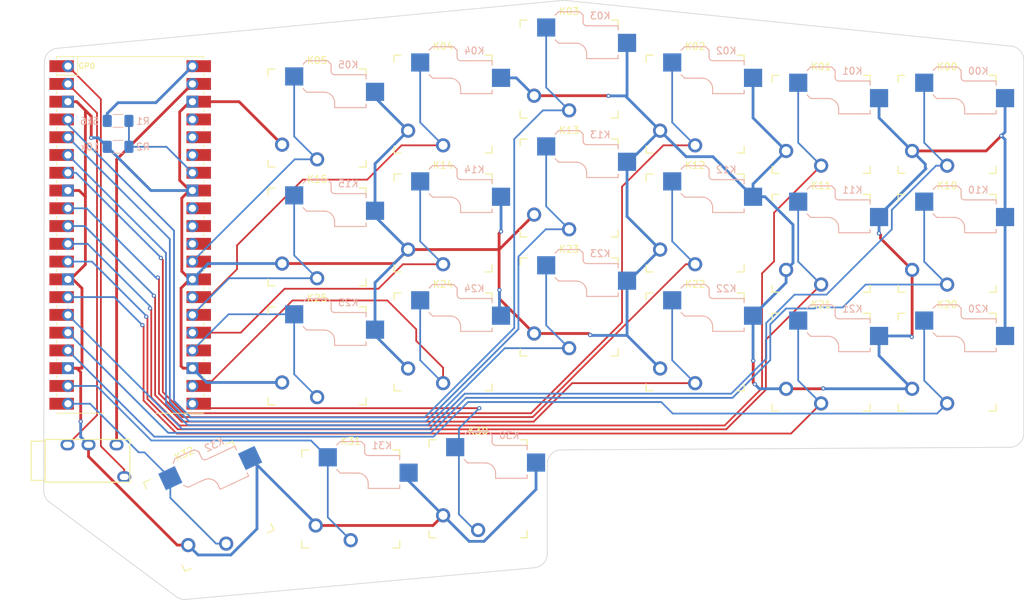
<source format=kicad_pcb>
(kicad_pcb (version 20240108) (generator "pcbnew") (generator_version "8.0")
  (title_block (title "Levitas (Right)") (date "2024-07-08") (rev "A") (company "chriso345") (comment 1 "Adapted from PIANTOR board"))
  (layers (0 "F.Cu" signal) (31 "B.Cu" signal) (34 "B.Paste" user) (35 "F.Paste" user) (36 "B.SilkS" user "B.Silkscreen") (37 "F.SilkS" user "F.Silkscreen") (38 "B.Mask" user) (39 "F.Mask" user) (44 "Edge.Cuts" user))
  (net 0 "")
  (net 1 "GND")
  (net 2 "/k00")
  (net 3 "/k01")
  (net 4 "/k02")
  (net 5 "/k03")
  (net 6 "/k04")
  (net 7 "/k05")
  (net 8 "/k10")
  (net 9 "/k11")
  (net 10 "/k12")
  (net 11 "/k13")
  (net 12 "/k14")
  (net 13 "/k15")
  (net 14 "/k20")
  (net 15 "/k21")
  (net 16 "/k22")
  (net 17 "/k23")
  (net 18 "/k24")
  (net 19 "/k25")
  (net 20 "/k30")
  (net 21 "/k31")
  (net 22 "/k32")
  (net 23 "rx")
  (net 24 "tx")
  (net 25 "VBUS")
  (net 26 "vbus_sense")
  (net 33 "VCC")
  (footprint "keyswitches:Kailh_socket_PG1350_optional" (layer "F.Cu") (at 105.24 94)
    (property "Reference" "K25")
    (property "Value" "KEYSW")
  )
  (footprint "keyswitches:Kailh_socket_PG1350_optional" (layer "F.Cu") (at 123.24 92)
    (property "Reference" "K24")
    (property "Value" "KEYSW")
  )
  (footprint "keyswitches:Kailh_socket_PG1350_optional" (layer "F.Cu") (at 177.24 94.8999)
    (property "Reference" "K21")
    (property "Value" "KEYSW")
  )
  (footprint "keyswitches:Kailh_socket_PG1350_optional" (layer "F.Cu") (at 159.24 58)
    (property "Reference" "K02")
    (property "Value" "KEYSW")
  )
  (footprint "keyswitches:Kailh_socket_PG1350_optional" (layer "F.Cu") (at 195.24 77.8999)
    (property "Reference" "K10")
    (property "Value" "KEYSW")
  )
  (footprint "RPi_Pico:RPi_Pico_SMD_TH" (layer "F.Cu") (at 78.5368 76.708)
    (property "Reference" "U2" (hide yes))
    (property "Value" "Pico")
  )
  (footprint "keyswitches:Kailh_socket_PG1350_optional" (layer "F.Cu") (at 123.24 58)
    (property "Reference" "K04")
    (property "Value" "KEYSW")
  )
  (footprint "keyswitches:Kailh_socket_PG1350_optional" (layer "F.Cu") (at 159.24 75)
    (property "Reference" "K12")
    (property "Value" "KEYSW")
  )
  (footprint "keyswitches:Kailh_socket_PG1350_optional" (layer "F.Cu") (at 128.24 113)
    (property "Reference" "K30")
    (property "Value" "KEYSW")
  )
  (footprint "keyswitches:Kailh_socket_PG1350_optional" (layer "F.Cu") (at 177.24 60.8999)
    (property "Reference" "K01")
    (property "Value" "KEYSW")
  )
  (footprint "keyswitches:Kailh_socket_PG1350_optional" (layer "F.Cu") (at 123.24 75)
    (property "Reference" "K14")
    (property "Value" "KEYSW")
  )
  (footprint "keyswitches:Kailh_socket_PG1350_optional" (layer "F.Cu") (at 141.24 87)
    (property "Reference" "K23")
    (property "Value" "KEYSW")
  )
  (footprint "keyswitches:Kailh_socket_PG1350_optional" (layer "F.Cu") (at 141.24 53)
    (property "Reference" "K03")
    (property "Value" "KEYSW")
  )
  (footprint "keyswitches:Kailh_socket_PG1350_optional" (layer "F.Cu") (at 159.24 92)
    (property "Reference" "K22")
    (property "Value" "KEYSW")
  )
  (footprint "Keebio-Parts:TRRS-PJ-320A" (layer "F.Cu") (at 66.39 109 90)
    (property "Reference" "J1" (hide yes))
    (property "Value" "TRRS")
  )
  (footprint "keyswitches:Kailh_socket_PG1350_optional" (layer "F.Cu") (at 105.24 77)
    (property "Reference" "K15")
    (property "Value" "KEYSW")
  )
  (footprint "keyswitches:Kailh_socket_PG1350_optional" (layer "F.Cu") (at 89.755307 115.4934 25)
    (property "Reference" "K32")
    (property "Value" "KEYSW")
  )
  (footprint "keyswitches:Kailh_socket_PG1350_optional" (layer "F.Cu") (at 177.24 77.8999)
    (property "Reference" "K11")
    (property "Value" "KEYSW")
  )
  (footprint "keyswitches:Kailh_socket_PG1350_optional" (layer "F.Cu") (at 105.24 60)
    (property "Reference" "K05")
    (property "Value" "KEYSW")
  )
  (footprint "keyswitches:Kailh_socket_PG1350_optional" (layer "F.Cu") (at 195.24 94.8999)
    (property "Reference" "K20")
    (property "Value" "KEYSW")
  )
  (footprint "keyswitches:Kailh_socket_PG1350_optional" (layer "F.Cu") (at 141.24 70)
    (property "Reference" "K13")
    (property "Value" "KEYSW")
  )
  (footprint "keyswitches:Kailh_socket_PG1350_optional" (layer "F.Cu") (at 195.24 60.8999)
    (property "Reference" "K00")
    (property "Value" "KEYSW")
  )
  (footprint "keyswitches:Kailh_socket_PG1350_optional" (layer "F.Cu") (at 110.04 114.45)
    (property "Reference" "K31")
    (property "Value" "KEYSW")
  )
  (footprint "Resistor_SMD:R_1206_3216Metric_Pad1.30x1.75mm_HandSolder" (layer "B.Cu") (at 76.8096 64.1096 180)
    (property "Reference" "R2")
    (property "Value" "10k")
  )
  (footprint "beekeeb_lib:MountingHole_2.2mm_M2-8mm" (layer "B.Cu") (at 137.34 96.89 180)
    (property "Reference" "H4" (hide yes))
    (property "Value" "MountingHole")
  )
  (footprint "beekeeb_lib:MountingHole_2.2mm_M2-8mm" (layer "B.Cu") (at 94.74 67 180)
    (property "Reference" "H2" (hide yes))
    (property "Value" "MountingHole")
  )
  (footprint "beekeeb_lib:MountingHole_2.2mm_M2-8mm" (layer "B.Cu") (at 186.24 86.3999 180)
    (property "Reference" "H4" (hide yes))
    (property "Value" "MountingHole")
  )
  (footprint "Resistor_SMD:R_1206_3216Metric_Pad1.30x1.75mm_HandSolder" (layer "B.Cu") (at 76.8096 60.4012)
    (property "Reference" "R1")
    (property "Value" "5k6")
  )
  (footprint "beekeeb_lib:MountingHole_2.2mm_M2-8mm" (layer "B.Cu") (at 186.24 69.3999 180)
    (property "Reference" "H4" (hide yes))
    (property "Value" "MountingHole")
  )
  (footprint "beekeeb_lib:MountingHole_2.2mm_M2-8mm" (layer "B.Cu") (at 149.84 61 180)
    (property "Reference" "H1" (hide yes))
    (property "Value" "MountingHole")
  )
  (footprint "beekeeb_lib:MountingHole_2.2mm_M2-8mm" (layer "B.Cu") (at 100.08 108.91 180)
    (property "Reference" "H3" (hide yes))
    (property "Value" "MountingHole")
  )
  (footprint "beekeeb_lib:MountingHole_2.2mm_M2-8mm" (layer "B.Cu") (at 168.24 78.5 180)
    (property "Reference" "H1" (hide yes))
    (property "Value" "MountingHole")
  )
  (gr_arc (start 138.115817 122.295249) (mid 137.592631 123.643897) (end 136.296888 124.287035) (stroke (width 0.1)) (layer "Edge.Cuts"))
  (gr_arc (start 138.115817 109.441211) (mid 138.697486 108.031189) (end 140.104065 107.441245) (stroke (width 0.1)) (layer "Edge.Cuts"))
  (gr_arc (start 86.491539 128.814794) (mid 85.766861 128.747707) (end 85.114162 128.425771) (stroke (width 0.1)) (layer "Edge.Cuts"))
  (gr_arc (start 204.395052 49.718585) (mid 205.675485 50.368068) (end 206.190817 51.70813) (stroke (width 0.1)) (layer "Edge.Cuts"))
  (gr_line (start 140.104065 107.441245) (end 204.202569 107.064611) (stroke (width 0.1)) (layer "Edge.Cuts"))
  (gr_line (start 86.491539 128.814794) (end 136.296888 124.287035) (stroke (width 0.1)) (layer "Edge.Cuts"))
  (gr_arc (start 140.300469 43.177821) (mid 140.49703 43.168903) (end 140.693515 43.179344) (stroke (width 0.1)) (layer "Edge.Cuts"))
  (gr_line (start 206.190817 105.064645) (end 206.190817 51.70813) (stroke (width 0.1)) (layer "Edge.Cuts"))
  (gr_line (start 138.115817 122.295249) (end 138.115817 109.441211) (stroke (width 0.1)) (layer "Edge.Cuts"))
  (gr_line (start 140.300469 43.177821) (end 68.09292 50.025194) (stroke (width 0.1)) (layer "Edge.Cuts"))
  (gr_line (start 66.989825 114.897725) (end 85.114162 128.425771) (stroke (width 0.1)) (layer "Edge.Cuts"))
  (gr_line (start 204.395052 49.718585) (end 140.693515 43.179344) (stroke (width 0.1)) (layer "Edge.Cuts"))
  (gr_arc (start 66.989825 114.897725) (mid 66.397602 114.190061) (end 66.186135 113.291841) (stroke (width 0.1)) (layer "Edge.Cuts"))
  (gr_line (start 66.281733 52.013141) (end 66.186135 113.291841) (stroke (width 0.1)) (layer "Edge.Cuts"))
  (gr_arc (start 206.190817 105.064645) (mid 205.609148 106.474667) (end 204.202569 107.064611) (stroke (width 0.1)) (layer "Edge.Cuts"))
  (gr_arc (start 66.281733 52.013141) (mid 66.803332 50.669316) (end 68.09292 50.025194) (stroke (width 0.1)) (layer "Edge.Cuts"))
  (segment (start 71.652 95.758) (end 71.652 84.342) (width 0.4) (layer "F.Cu") (net 1))
  (segment (start 131.29 84.59) (end 131.29 85.85) (width 0.4) (layer "F.Cu") (net 1))
  (segment (start 118.24 78.8) (end 131.24 78.8) (width 0.4) (layer "F.Cu") (net 1))
  (segment (start 121.79 118.25) (end 123.24 116.8) (width 0.4) (layer "F.Cu") (net 1))
  (segment (start 71.652 84.342) (end 70.368 83.058) (width 0.4) (layer "F.Cu") (net 1))
  (segment (start 100.24 80.8) (end 116.24 80.8) (width 0.4) (layer "F.Cu") (net 1))
  (segment (start 72.14 58.9012) (end 72.975 59.7362) (width 0.4) (layer "F.Cu") (net 1))
  (segment (start 85.91 71.44) (end 86.992 70.358) (width 0.4) (layer "F.Cu") (net 1))
  (segment (start 72.14 71.25) (end 72.14 58.9012) (width 0.4) (layer "F.Cu") (net 1))
  (segment (start 185.73 76.7) (end 185.73 77.1899) (width 0.4) (layer "F.Cu") (net 1))
  (segment (start 86.992 70.358) (end 87.4268 70.358) (width 0.4) (layer "F.Cu") (net 1))
  (segment (start 131.24 78.8) (end 131.24 84.54) (width 0.4) (layer "F.Cu") (net 1))
  (segment (start 69.6468 95.758) (end 70.8968 95.758) (width 0.4) (layer "F.Cu") (net 1))
  (segment (start 185.73 77.1899) (end 190.24 81.6999) (width 0.4) (layer "F.Cu") (net 1))
  (segment (start 85.81 84.3148) (end 85.81 95.47) (width 0.4) (layer "F.Cu") (net 1))
  (segment (start 177.4901 98.6999) (end 172.24 98.6999) (width 0.4) (layer "F.Cu") (net 1))
  (segment (start 87.0668 57.658) (end 85.61 59.1148) (width 0.4) (layer "F.Cu") (net 1))
  (segment (start 136.24 56.8) (end 146.84 56.8) (width 0.4) (layer "F.Cu") (net 1))
  (segment (start 116.24 80.8) (end 118.24 78.8) (width 0.4) (layer "F.Cu") (net 1))
  (segment (start 144.25 91.01) (end 144.04 90.8) (width 0.4) (layer "F.Cu") (net 1))
  (segment (start 200.8101 64.6999) (end 202.98 62.53) (width 0.4) (layer "F.Cu") (net 1))
  (segment (start 85.260562 121.050461) (end 86.829717 121.050461) (width 0.4) (layer "F.Cu") (net 1))
  (segment (start 72.14 58.9012) (end 70.8968 57.658) (width 0.4) (layer "F.Cu") (net 1))
  (segment (start 70.8968 95.758) (end 71.47 96.3312) (width 0.4) (layer "F.Cu") (net 1))
  (segment (start 72.59 108.379899) (end 85.260562 121.050461) (width 0.4) (layer "F.Cu") (net 1))
  (segment (start 85.81 95.47) (end 86.098 95.758) (width 0.4) (layer "F.Cu") (net 1))
  (segment (start 131.24 78.8) (end 136.24 73.8) (width 0.4) (layer "F.Cu") (net 1))
  (segment (start 190.24 91.25) (end 190.19 91.3) (width 0.4) (layer "F.Cu") (net 1))
  (segment (start 131.29 85.85) (end 136.24 90.8) (width 0.4) (layer "F.Cu") (net 1))
  (segment (start 87.4268 57.658) (end 94.098 57.658) (width 0.4) (layer "F.Cu") (net 1))
  (segment (start 185.5 76.47) (end 185.73 76.7) (width 0.4) (layer "F.Cu") (net 1))
  (segment (start 131.24 84.54) (end 131.29 84.59) (width 0.4) (layer "F.Cu") (net 1))
  (segment (start 69.6468 70.358) (end 71.248 70.358) (width 0.4) (layer "F.Cu") (net 1))
  (segment (start 146.84 56.8) (end 146.87 56.83) (width 0.4) (layer "F.Cu") (net 1))
  (segment (start 167.54 94.69) (end 167.54 97.82) (width 0.4) (layer "F.Cu") (net 1))
  (segment (start 94.098 57.658) (end 100.24 63.8) (width 0.4) (layer "F.Cu") (net 1))
  (segment (start 70.368 83.058) (end 69.6468 83.058) (width 0.4) (layer "F.Cu") (net 1))
  (segment (start 72.14 80.9248) (end 72.14 71.25) (width 0.4) (layer "F.Cu") (net 1))
  (segment (start 71.248 70.358) (end 72.14 71.25) (width 0.4) (layer "F.Cu") (net 1))
  (segment (start 87.4268 83.058) (end 87.0668 83.058) (width 0.4) (layer "F.Cu") (net 1))
  (segment (start 167.54 97.82) (end 167.77 98.05) (width 0.4) (layer "F.Cu") (net 1))
  (segment (start 87.0668 83.058) (end 85.91 81.9012) (width 0.4) (layer "F.Cu") (net 1))
  (segment (start 85.91 81.9012) (end 85.91 71.44) (width 0.4) (layer "F.Cu") (net 1))
  (segment (start 85.61 59.1148) (end 85.61 68.9012) (width 0.4) (layer "F.Cu") (net 1))
  (segment (start 69.6468 95.758) (end 71.652 95.758) (width 0.4) (layer "F.Cu") (net 1))
  (segment (start 177.54 98.65) (end 177.4901 98.6999) (width 0.4) (layer "F.Cu") (net 1))
  (segment (start 86.098 95.758) (end 87.4268 95.758) (width 0.4) (layer "F.Cu") (net 1))
  (segment (start 72.59 106.7) (end 72.59 108.379899) (width 0.4) (layer "F.Cu") (net 1))
  (segment (start 190.24 81.6999) (end 190.24 91.25) (width 0.4) (layer "F.Cu") (net 1))
  (segment (start 190.24 64.6999) (end 200.8101 64.6999) (width 0.4) (layer "F.Cu") (net 1))
  (segment (start 131.51 76.21) (end 131.24 76.48) (width 0.4) (layer "F.Cu") (net 1))
  (segment (start 87.0668 83.058) (end 85.81 84.3148) (width 0.4) (layer "F.Cu") (net 1))
  (segment (start 72.975 59.7362) (end 72.975 62.82) (width 0.4) (layer "F.Cu") (net 1))
  (segment (start 87.4268 57.658) (end 87.0668 57.658) (width 0.4) (layer "F.Cu") (net 1))
  (segment (start 131.24 76.48) (end 131.24 78.8) (width 0.4) (layer "F.Cu") (net 1))
  (segment (start 105.04 118.25) (end 121.79 118.25) (width 0.4) (layer "F.Cu") (net 1))
  (segment (start 144.04 90.8) (end 136.24 90.8) (width 0.4) (layer "F.Cu") (net 1))
  (segment (start 70.8968 57.658) (end 69.6468 57.658) (width 0.4) (layer "F.Cu") (net 1))
  (segment (start 71.47 96.3312) (end 71.47 103.38) (width 0.4) (layer "F.Cu") (net 1))
  (segment (start 87.0668 70.358) (end 87.4268 70.358) (width 0.4) (layer "F.Cu") (net 1))
  (segment (start 70.0068 83.058) (end 72.14 80.9248) (width 0.4) (layer "F.Cu") (net 1))
  (segment (start 85.61 68.9012) (end 87.0668 70.358) (width 0.4) (layer "F.Cu") (net 1))
  (segment (start 69.6468 83.058) (end 70.0068 83.058) (width 0.4) (layer "F.Cu") (net 1))
  (via (at 190.19 91.3) (size 0.6) (drill 0.3) (layers "F.Cu" "B.Cu") (net 1))
  (via (at 146.87 56.83) (size 0.6) (drill 0.3) (layers "F.Cu" "B.Cu") (net 1))
  (via (at 177.54 98.65) (size 0.6) (drill 0.3) (layers "F.Cu" "B.Cu") (net 1))
  (via (at 72.975 62.82) (size 0.6) (drill 0.3) (layers "F.Cu" "B.Cu") (net 1))
  (via (at 202.98 62.53) (size 0.6) (drill 0.3) (layers "F.Cu" "B.Cu") (net 1))
  (via (at 144.25 91.01) (size 0.6) (drill 0.3) (layers "F.Cu" "B.Cu") (net 1))
  (via (at 167.77 98.05) (size 0.6) (drill 0.3) (layers "F.Cu" "B.Cu") (net 1))
  (via (at 131.51 76.21) (size 0.6) (drill 0.3) (layers "F.Cu" "B.Cu") (net 1))
  (via (at 131.29 84.59) (size 0.6) (drill 0.3) (layers "F.Cu" "B.Cu") (net 1))
  (via (at 167.54 94.69) (size 0.6) (drill 0.3) (layers "F.Cu" "B.Cu") (net 1))
  (via (at 185.5 76.47) (size 0.6) (drill 0.3) (layers "F.Cu" "B.Cu") (net 1))
  (via (at 71.47 103.38) (size 0.6) (drill 0.3) (layers "F.Cu" "B.Cu") (net 1))
  (segment (start 203.515 63.065) (end 203.515 74.1499) (width 0.4) (layer "B.Cu") (net 1))
  (segment (start 172.24 81.6999) (end 172.24 83.525) (width 0.4) (layer "B.Cu") (net 1))
  (segment (start 123.24 116.8) (end 126.956 120.516) (width 0.4) (layer "B.Cu") (net 1))
  (segment (start 167.515 54.25) (end 167.515 59.9749) (width 0.4) (layer "B.Cu") (net 1))
  (segment (start 149.27 56.83) (end 149.515 57.075) (width 0.4) (layer "B.Cu") (net 1))
  (segment (start 105.04 117.967395) (end 105.04 118.25) (width 0.4) (layer "B.Cu") (net 1))
  (segment (start 113.515 90.25) (end 113.515 91.075) (width 0.4) (layer "B.Cu") (net 1))
  (segment (start 190.19 91.3) (end 190.0399 91.1499) (width 0.4) (layer "B.Cu") (net 1))
  (segment (start 96.648418 118.726323) (end 92.914741 122.46) (width 0.4) (layer "B.Cu") (net 1))
  (segment (start 167.515 94.665) (end 167.54 94.69) (width 0.4) (layer "B.Cu") (net 1))
  (segment (start 185.515 74.1499) (end 185.515 76.455) (width 0.4) (layer "B.Cu") (net 1))
  (segment (start 149.515 66.25) (end 149.79 66.25) (width 0.4) (layer "B.Cu") (net 1))
  (segment (start 131.515 54.25) (end 133.69 54.25) (width 0.4) (layer "B.Cu") (net 1))
  (segment (start 185.515 74.1499) (end 185.515 73.924596) (width 0.4) (layer "B.Cu") (net 1))
  (segment (start 144.25 91.01) (end 144.315 91.075) (width 0.4) (layer "B.Cu") (net 1))
  (segment (start 149.515 66.25) (end 149.515 74.075) (width 0.4) (layer "B.Cu") (net 1))
  (segment (start 146.87 56.83) (end 149.27 56.83) (width 0.4) (layer "B.Cu") (net 1))
  (segment (start 96.648418 109.575813) (end 96.648418 118.726323) (width 0.4) (layer "B.Cu") (net 1))
  (segment (start 136.515 113.085) (end 136.515 109.25) (width 0.4) (layer "B.Cu") (net 1))
  (segment (start 118.315 110.7) (end 118.315 111.875) (width 0.4) (layer "B.Cu") (net 1))
  (segment (start 149.515 91.075) (end 154.24 95.8) (width 0.4) (layer "B.Cu") (net 1))
  (segment (start 144.315 91.075) (end 149.515 91.075) (width 0.4) (layer "B.Cu") (net 1))
  (segment (start 149.515 57.075) (end 154.24 61.8) (width 0.4) (layer "B.Cu") (net 1))
  (segment (start 177.5899 98.6999) (end 177.54 98.65) (width 0.4) (layer "B.Cu") (net 1))
  (segment (start 88.239256 122.46) (end 86.829717 121.050461) (width 0.4) (layer "B.Cu") (net 1))
  (segment (start 173.22 80.7199) (end 172.24 81.6999) (width 0.4) (layer "B.Cu") (net 1))
  (segment (start 149.515 49.25) (end 149.515 57.075) (width 0.4) (layer "B.Cu") (net 1))
  (segment (start 131.515 71.25) (end 131.515 76.205) (width 0.4) (layer "B.Cu") (net 1))
  (segment (start 131.29 84.59) (end 131.29 88.025) (width 0.4) (layer "B.Cu") (net 1))
  (segment (start 167.515 69.4249) (end 172.24 64.6999) (width 0.4) (layer "B.Cu") (net 1))
  (segment (start 129.084 120.516) (end 136.515 113.085) (width 0.4) (layer "B.Cu") (net 1))
  (segment (start 113.515 57.075) (end 118.24 61.8) (width 0.4) (layer "B.Cu") (net 1))
  (segment (start 167.515 88.25) (end 167.515 94.665) (width 0.4) (layer "B.Cu") (net 1))
  (segment (start 133.69 54.25) (end 136.24 56.8) (width 0.4) (layer "B.Cu") (net 1))
  (segment (start 203.515 61.995) (end 203.515 57.1499) (width 0.4) (layer "B.Cu") (net 1))
  (segment (start 149.79 66.25) (end 154.24 61.8) (width 0.4) (layer "B.Cu") (net 1))
  (segment (start 113.515 91.075) (end 118.24 95.8) (width 0.4) (layer "B.Cu") (net 1))
  (segment (start 113.515 66.525) (end 118.24 61.8) (width 0.4) (layer "B.Cu") (net 1))
  (segment (start 92.914741 122.46) (end 88.239256 122.46) (width 0.4) (layer "B.Cu") (net 1))
  (segment (start 87.4268 83.058) (end 89.6848 80.8) (width 0.4) (layer "B.Cu") (net 1))
  (segment (start 167.515 71.25) (end 167.515 69.4249) (width 0.4) (layer "B.Cu") (net 1))
  (segment (start 172.24 83.525) (end 167.515 88.25) (width 0.4) (layer "B.Cu") (net 1))
  (segment (start 71.47 103.38) (end 71.47 105.58) (width 0.4) (layer "B.Cu") (net 1))
  (segment (start 149.515 74.075) (end 154.24 78.8) (width 0.4) (layer "B.Cu") (net 1))
  (segment (start 203.515 74.1499) (end 203.515 91.1499) (width 0.4) (layer "B.Cu") (net 1))
  (segment (start 167.515 59.9749) (end 172.24 64.6999) (width 0.4) (layer "B.Cu") (net 1))
  (segment (start 167.77 98.05) (end 168.4199 98.6999) (width 0.4) (layer "B.Cu") (net 1))
  (segment (start 89.4688 97.8) (end 100.24 97.8) (width 0.4) (layer "B.Cu") (net 1))
  (segment (start 185.515 73.924596) (end 192.214798 67.224798) (width 0.4) (layer "B.Cu") (net 1))
  (segment (start 202.98 62.53) (end 203.515 61.995) (width 0.4) (layer "B.Cu") (net 1))
  (segment (start 202.98 62.53) (end 203.515 63.065) (width 0.4) (layer "B.Cu") (net 1))
  (segment (start 185.515 76.455) (end 185.5 76.47) (width 0.4) (layer "B.Cu") (net 1))
  (segment (start 157.956 65.516) (end 161.781 65.516) (width 0.4) (layer "B.Cu") (net 1))
  (segment (start 81.508 70.358) (end 87.4268 70.358) (width 0.4) (layer "B.Cu") (net 1))
  (segment (start 161.781 65.516) (end 167.515 71.25) (width 0.4) (layer "B.Cu") (net 1))
  (segment (start 190.24 98.6999) (end 177.5899 98.6999) (width 0.4) (layer "B.Cu") (net 1))
  (segment (start 192.214798 67.224798) (end 192.12 67.13) (width 0.4) (layer "B.Cu") (net 1))
  (segment (start 192.12 67.13) (end 192.12 66.5799) (width 0.4) (layer "B.Cu") (net 1))
  (segment (start 169.23 71.25) (end 173.22 75.24) (width 0.4) (layer "B.Cu") (net 1))
  (segment (start 113.515 83.525) (end 113.515 90.25) (width 0.4) (layer "B.Cu") (net 1))
  (segment (start 95.670185 108.59758) (end 105.04 117.967395) (width 0.4) (layer "B.Cu") (net 1))
  (segment (start 113.515 74.075) (end 118.24 78.8) (width 0.4) (layer "B.Cu") (net 1))
  (segment (start 185.515 91.1499) (end 185.515 93.9749) (width 0.4) (layer "B.Cu") (net 1))
  (segment (start 89.6848 80.8) (end 100.24 80.8) (width 0.4) (layer "B.Cu") (net 1))
  (segment (start 95.670185 108.59758) (end 96.648418 109.575813) (width 0.4) (layer "B.Cu") (net 1))
  (segment (start 154.24 61.8) (end 157.956 65.516) (width 0.4) (layer "B.Cu") (net 1))
  (segment (start 185.515 59.9749) (end 190.24 64.6999) (width 0.4) (layer "B.Cu") (net 1))
  (segment (start 168.4199 98.6999) (end 172.24 98.6999) (width 0.4) (layer "B.Cu") (net 1))
  (segment (start 71.47 105.58) (end 72.59 106.7) (width 0.4) (layer "B.Cu") (net 1))
  (segment (start 118.315 111.875) (end 123.24 116.8) (width 0.4) (layer "B.Cu") (net 1))
  (segment (start 72.975 62.82) (end 73.97 62.82) (width 0.4) (layer "B.Cu") (net 1))
  (segment (start 131.29 88.025) (end 131.515 88.25) (width 0.4) (layer "B.Cu") (net 1))
  (segment (start 113.515 56.25) (end 113.515 57.075) (width 0.4) (layer "B.Cu") (net 1))
  (segment (start 149.79 83.25) (end 149.515 83.25) (width 0.4) (layer "B.Cu") (net 1))
  (segment (start 149.515 83.25) (end 149.515 91.075) (width 0.4) (layer "B.Cu") (net 1))
  (segment (start 118.24 78.8) (end 113.515 83.525) (width 0.4) (layer "B.Cu") (net 1))
  (segment (start 192.12 66.5799) (end 190.24 64.6999) (width 0.4) (layer "B.Cu") (net 1))
  (segment (start 113.515 73.25) (end 113.515 66.525) (width 0.4) (layer "B.Cu") (net 1))
  (segment (start 73.97 62.82) (end 75.2596 64.1096) (width 0.4) (layer "B.Cu") (net 1))
  (segment (start 75.2596 64.1096) (end 81.508 70.358) (width 0.4) (layer "B.Cu") (net 1))
  (segment (start 185.515 57.1499) (end 185.515 59.9749) (width 0.4) (layer "B.Cu") (net 1))
  (segment (start 126.956 120.516) (end 129.084 120.516) (width 0.4) (layer "B.Cu") (net 1))
  (segment (start 185.515 93.9749) (end 190.24 98.6999) (width 0.4) (layer "B.Cu") (net 1))
  (segment (start 167.515 71.25) (end 169.23 71.25) (width 0.4) (layer "B.Cu") (net 1))
  (segment (start 173.22 75.24) (end 173.22 80.7199) (width 0.4) (layer "B.Cu") (net 1))
  (segment (start 190.0399 91.1499) (end 185.515 91.1499) (width 0.4) (layer "B.Cu") (net 1))
  (segment (start 87.4268 95.758) (end 89.4688 97.8) (width 0.4) (layer "B.Cu") (net 1))
  (segment (start 113.515 73.25) (end 113.515 74.075) (width 0.4) (layer "B.Cu") (net 1))
  (segment (start 154.24 78.8) (end 149.79 83.25) (width 0.4) (layer "B.Cu") (net 1))
  (segment (start 131.515 76.205) (end 131.51 76.21) (width 0.4) (layer "B.Cu") (net 1))
  (segment (start 191.965 54.9499) (end 191.965 63.5249) (width 0.25) (layer "B.Cu") (net 2))
  (segment (start 177.9991 85.2409) (end 187.34 75.9) (width 0.25) (layer "B.Cu") (net 2))
  (segment (start 126.331414 99.4) (end 121.282856 104.448558) (width 0.25) (layer "B.Cu") (net 2))
  (segment (start 173.446182 85.2409) (end 177.9991 85.2409) (width 0.25) (layer "B.Cu") (net 2))
  (segment (start 164.4 99.4) (end 126.331414 99.4) (width 0.25) (layer "B.Cu") (net 2))
  (segment (start 187.34 75.9) (end 187.34 73.1249) (width 0.25) (layer "B.Cu") (net 2))
  (segment (start 187.34 73.1249) (end 193.665 66.7999) (width 0.25) (layer "B.Cu") (net 2))
  (segment (start 169.39966 89.287422) (end 173.446182 85.2409) (width 0.25) (layer "B.Cu") (net 2))
  (segment (start 191.965 63.5249) (end 195.24 66.7999) (width 0.25) (layer "B.Cu") (net 2))
  (segment (start 169.39966 94.39966) (end 169.39966 89.287422) (width 0.25) (layer "B.Cu") (net 2))
  (segment (start 169.4 94.4) (end 164.4 99.4) (width 0.25) (layer "B.Cu") (net 2))
  (segment (start 193.665 66.7999) (end 195.24 66.7999) (width 0.25) (layer "B.Cu") (net 2))
  (segment (start 121.282856 104.448558) (end 85.957358 104.448558) (width 0.25) (layer "B.Cu") (net 2))
  (segment (start 85.957358 104.448558) (end 69.6468 88.138) (width 0.25) (layer "B.Cu") (net 2))
  (segment (start 170.5141 80.4859) (end 170.5141 73.5258) (width 0.25) (layer "F.Cu") (net 3))
  (segment (start 81.55144 99.928578) (end 85.572382 103.94952) (width 0.25) (layer "F.Cu") (net 3))
  (segment (start 163.45048 103.94952) (end 168.8 98.6) (width 0.25) (layer "F.Cu") (net 3))
  (segment (start 168.8 98.6) (end 168.8 82.2) (width 0.25) (layer "F.Cu") (net 3))
  (segment (start 81.37646 87.2) (end 81.55144 87.37498) (width 0.25) (layer "F.Cu") (net 3))
  (segment (start 81.55144 87.37498) (end 81.55144 99.928578) (width 0.25) (layer "F.Cu") (net 3))
  (segment (start 85.572382 103.94952) (end 163.45048 103.94952) (width 0.25) (layer "F.Cu") (net 3))
  (segment (start 170.5141 73.5258) (end 177.24 66.7999) (width 0.25) (layer "F.Cu") (net 3))
  (segment (start 168.8 82.2) (end 170.5141 80.4859) (width 0.25) (layer "F.Cu") (net 3))
  (via (at 81.37646 87.2) (size 0.6) (drill 0.3) (layers "F.Cu" "B.Cu") (net 3))
  (segment (start 173.965 63.5249) (end 177.24 66.7999) (width 0.25) (layer "B.Cu") (net 3))
  (segment (start 173.965 54.9499) (end 173.965 63.5249) (width 0.25) (layer "B.Cu") (net 3))
  (segment (start 72.4535 77.978) (end 69.6468 77.978) (width 0.25) (layer "B.Cu") (net 3))
  (segment (start 81.37646 86.90096) (end 72.4535 77.978) (width 0.25) (layer "B.Cu") (net 3))
  (segment (start 81.37646 87.2) (end 81.37646 86.90096) (width 0.25) (layer "B.Cu") (net 3))
  (segment (start 148.8 89.2) (end 148.8 69.8) (width 0.25) (layer "F.Cu") (net 4))
  (segment (start 82.92598 80) (end 83.2 80.27402) (width 0.25) (layer "F.Cu") (net 4))
  (segment (start 135.8 102.2) (end 148.8 89.2) (width 0.25) (layer "F.Cu") (net 4))
  (segment (start 154.7 63.9) (end 159.24 63.9) (width 0.25) (layer "F.Cu") (net 4))
  (segment (start 83.2 80.27402) (end 83.2 99.160222) (width 0.25) (layer "F.Cu") (net 4))
  (segment (start 83.2 99.160222) (end 86.239778 102.2) (width 0.25) (layer "F.Cu") (net 4))
  (segment (start 148.8 69.8) (end 154.7 63.9) (width 0.25) (layer "F.Cu") (net 4))
  (segment (start 86.239778 102.2) (end 135.8 102.2) (width 0.25) (layer "F.Cu") (net 4))
  (via (at 82.92598 80) (size 0.6) (drill 0.3) (layers "F.Cu" "B.Cu") (net 4))
  (segment (start 82.92598 79.94952) (end 70.79446 67.818) (width 0.25) (layer "B.Cu") (net 4))
  (segment (start 82.92598 80) (end 82.92598 79.94952) (width 0.25) (layer "B.Cu") (net 4))
  (segment (start 155.965 60.625) (end 159.24 63.9) (width 0.25) (layer "B.Cu") (net 4))
  (segment (start 70.79446 67.818) (end 69.6468 67.818) (width 0.25) (layer "B.Cu") (net 4))
  (segment (start 155.965 52.05) (end 155.965 60.625) (width 0.25) (layer "B.Cu") (net 4))
  (segment (start 69.6468 60.935568) (end 69.6468 60.198) (width 0.25) (layer "B.Cu") (net 5))
  (segment (start 133.4 63) (end 133.4 90) (width 0.25) (layer "B.Cu") (net 5))
  (segment (start 120.6 102.8) (end 87.2 102.8) (width 0.25) (layer "B.Cu") (net 5))
  (segment (start 87.2 102.8) (end 84.8 100.4) (width 0.25) (layer "B.Cu") (net 5))
  (segment (start 137.5 58.9) (end 133.4 63) (width 0.25) (layer "B.Cu") (net 5))
  (segment (start 84.8 76.088768) (end 69.6468 60.935568) (width 0.25) (layer "B.Cu") (net 5))
  (segment (start 137.965 55.625) (end 141.24 58.9) (width 0.25) (layer "B.Cu") (net 5))
  (segment (start 141.24 58.9) (end 137.5 58.9) (width 0.25) (layer "B.Cu") (net 5))
  (segment (start 137.965 47.05) (end 137.965 55.625) (width 0.25) (layer "B.Cu") (net 5))
  (segment (start 133.4 90) (end 120.6 102.8) (width 0.25) (layer "B.Cu") (net 5))
  (segment (start 84.8 100.4) (end 84.8 76.088768) (width 0.25) (layer "B.Cu") (net 5))
  (segment (start 103.2 68.8) (end 93.8 78.2) (width 0.25) (layer "F.Cu") (net 6))
  (segment (start 123.24 63.9) (end 117.3 63.9) (width 0.25) (layer "F.Cu") (net 6))
  (segment (start 93.8 78.2) (end 93.8 81.6) (width 0.25) (layer "F.Cu") (net 6))
  (segment (start 89.802 85.598) (end 87.4268 85.598) (width 0.25) (layer "F.Cu") (net 6))
  (segment (start 117.3 63.9) (end 112.4 68.8) (width 0.25) (layer "F.Cu") (net 6))
  (segment (start 93.8 81.6) (end 89.802 85.598) (width 0.25) (layer "F.Cu") (net 6))
  (segment (start 112.4 68.8) (end 103.2 68.8) (width 0.25) (layer "F.Cu") (net 6))
  (segment (start 119.965 52.05) (end 119.965 60.625) (width 0.25) (layer "B.Cu") (net 6))
  (segment (start 119.965 60.625) (end 123.24 63.9) (width 0.25) (layer "B.Cu") (net 6))
  (segment (start 101.965 62.625) (end 105.24 65.9) (width 0.25) (layer "B.Cu") (net 7))
  (segment (start 101.965 54.05) (end 101.965 62.625) (width 0.25) (layer "B.Cu") (net 7))
  (segment (start 102.0448 65.9) (end 87.4268 80.518) (width 0.25) (layer "B.Cu") (net 7))
  (segment (start 105.24 65.9) (end 102.0448 65.9) (width 0.25) (layer "B.Cu") (net 7))
  (segment (start 83.966878 104.998078) (end 121.510474 104.998078) (width 0.25) (layer "B.Cu") (net 8))
  (segment (start 191.965 80.525) (end 193.36 81.92) (width 0.25) (layer "B.Cu") (net 8))
  (segment (start 172.24 87.2249) (end 176.31335 87.2249) (width 0.25) (layer "B.Cu") (net 8))
  (segment (start 183.5901 83.7999) (end 195.24 83.7999) (width 0.25) (layer "B.Cu") (net 8))
  (segment (start 176.46335 87.0749) (end 180.3151 87.0749) (width 0.25) (layer "B.Cu") (net 8))
  (segment (start 193.3601 81.92) (end 195.24 83.7999) (width 0.25) (layer "B.Cu") (net 8))
  (segment (start 126.508552 100) (end 164.577138 100) (width 0.25) (layer "B.Cu") (net 8))
  (segment (start 191.965 71.9499) (end 191.965 80.525) (width 0.25) (layer "B.Cu") (net 8))
  (segment (start 176.31335 87.2249) (end 176.46335 87.0749) (width 0.25) (layer "B.Cu") (net 8))
  (segment (start 164.577138 100) (end 169.977138 94.6) (width 0.25) (layer "B.Cu") (net 8))
  (segment (start 169.977138 94.6) (end 169.977138 89.487762) (width 0.25) (layer "B.Cu") (net 8))
  (segment (start 169.977138 89.487762) (end 172.24 87.2249) (width 0.25) (layer "B.Cu") (net 8))
  (segment (start 180.3151 87.0749) (end 183.5901 83.7999) (width 0.25) (layer "B.Cu") (net 8))
  (segment (start 193.36 81.92) (end 193.3601 81.92) (width 0.25) (layer "B.Cu") (net 8))
  (segment (start 121.510474 104.998078) (end 126.508552 100) (width 0.25) (layer "B.Cu") (net 8))
  (segment (start 69.6468 90.678) (end 83.966878 104.998078) (width 0.25) (layer "B.Cu") (net 8))
  (segment (start 81.00192 88.45092) (end 81.001921 100.156197) (width 0.25) (layer "F.Cu") (net 9))
  (segment (start 177.24 83.7999) (end 169.35 91.6899) (width 0.25) (layer "F.Cu") (net 9))
  (segment (start 169.35 91.6899) (end 169.35 98.827818) (width 0.25) (layer "F.Cu") (net 9))
  (segment (start 85.344763 104.499039) (end 159.49904 104.49904) (width 0.25) (layer "F.Cu") (net 9))
  (segment (start 80.951 88.4) (end 81.00192 88.45092) (width 0.25) (layer "F.Cu") (net 9))
  (segment (start 80.82694 88.4) (end 80.951 88.4) (width 0.25) (layer "F.Cu") (net 9))
  (segment (start 163.678298 104.49952) (end 159.49904 104.49952) (width 0.25) (layer "F.Cu") (net 9))
  (segment (start 169.35 98.827818) (end 163.678298 104.49952) (width 0.25) (layer "F.Cu") (net 9))
  (segment (start 81.001921 100.156197) (end 85.344763 104.499039) (width 0.25) (layer "F.Cu") (net 9))
  (via (at 80.82694 88.4) (size 0.6) (drill 0.3) (layers "F.Cu" "B.Cu") (net 9))
  (segment (start 80.82694 88.4) (end 80.82694 88.27594) (width 0.25) (layer "B.Cu") (net 9))
  (segment (start 173.965 80.5249) (end 177.24 83.7999) (width 0.25) (layer "B.Cu") (net 9))
  (segment (start 173.965 71.9499) (end 173.965 80.5249) (width 0.25) (layer "B.Cu") (net 9))
  (segment (start 80.82694 88.27594) (end 73.069 80.518) (width 0.25) (layer "B.Cu") (net 9))
  (segment (start 73.069 80.518) (end 69.6468 80.518) (width 0.25) (layer "B.Cu") (net 9))
  (segment (start 136.050481 102.749519) (end 157.9 80.9) (width 0.25) (layer "F.Cu") (net 10))
  (segment (start 86.467397 102.749519) (end 136.050481 102.749519) (width 0.25) (layer "F.Cu") (net 10))
  (segment (start 82.65048 82.97498) (end 82.65048 99.38784) (width 0.25) (layer "F.Cu") (net 10))
  (segment (start 157.9 80.9) (end 159.24 80.9) (width 0.25) (layer "F.Cu") (net 10))
  (segment (start 82.4755 82.8) (end 82.65048 82.97498) (width 0.25) (layer "F.Cu") (net 10))
  (segment (start 82.65048 99.38784) (end 86.01216 102.74952) (width 0.25) (layer "F.Cu") (net 10))
  (segment (start 86.01216 102.74952) (end 86.467397 102.749519) (width 0.25) (layer "F.Cu") (net 10))
  (via (at 82.4755 82.8) (size 0.6) (drill 0.3) (layers "F.Cu" "B.Cu") (net 10))
  (segment (start 155.965 77.625) (end 159.24 80.9) (width 0.25) (layer "B.Cu") (net 10))
  (segment (start 82.2 82.8) (end 72.298 72.898) (width 0.25) (layer "B.Cu") (net 10))
  (segment (start 155.965 69.05) (end 155.965 77.625) (width 0.25) (layer "B.Cu") (net 10))
  (segment (start 72.298 72.898) (end 69.6468 72.898) (width 0.25) (layer "B.Cu") (net 10))
  (segment (start 82.4755 82.8) (end 82.2 82.8) (width 0.25) (layer "B.Cu") (net 10))
  (segment (start 134 79.8) (end 137.9 75.9) (width 0.25) (layer "B.Cu") (net 11))
  (segment (start 134 90.177138) (end 134 79.8) (width 0.25) (layer "B.Cu") (net 11))
  (segment (start 120.827619 103.349519) (end 134 90.177138) (width 0.25) (layer "B.Cu") (net 11))
  (segment (start 137.965 72.625) (end 141.24 75.9) (width 0.25) (layer "B.Cu") (net 11))
  (segment (start 137.965 64.05) (end 137.965 72.625) (width 0.25) (layer "B.Cu") (net 11))
  (segment (start 84.2 100.577138) (end 86.972381 103.349519) (width 0.25) (layer "B.Cu") (net 11))
  (segment (start 84.2 77.2912) (end 84.2 100.577138) (width 0.25) (layer "B.Cu") (net 11))
  (segment (start 69.6468 62.738) (end 84.2 77.2912) (width 0.25) (layer "B.Cu") (net 11))
  (segment (start 137.9 75.9) (end 141.24 75.9) (width 0.25) (layer "B.Cu") (net 11))
  (segment (start 86.972381 103.349519) (end 120.827619 103.349519) (width 0.25) (layer "B.Cu") (net 11))
  (segment (start 94.322 90.678) (end 87.4268 90.678) (width 0.25) (layer "F.Cu") (net 12))
  (segment (start 114 84.4) (end 100.6 84.4) (width 0.25) (layer "F.Cu") (net 12))
  (segment (start 123.24 80.9) (end 117.5 80.9) (width 0.25) (layer "F.Cu") (net 12))
  (segment (start 117.5 80.9) (end 114 84.4) (width 0.25) (layer "F.Cu") (net 12))
  (segment (start 100.6 84.4) (end 94.322 90.678) (width 0.25) (layer "F.Cu") (net 12))
  (segment (start 119.965 69.05) (end 119.965 77.625) (width 0.25) (layer "B.Cu") (net 12))
  (segment (start 119.965 77.625) (end 123.24 80.9) (width 0.25) (layer "B.Cu") (net 12))
  (segment (start 105.24 82.9) (end 101.965 79.625) (width 0.25) (layer "B.Cu") (net 13))
  (segment (start 105.24 82.9) (end 92.6648 82.9) (width 0.25) (layer "B.Cu") (net 13))
  (segment (start 92.6648 82.9) (end 87.4268 88.138) (width 0.25) (layer "B.Cu") (net 13))
  (segment (start 101.965 79.625) (end 101.965 71.05) (width 0.25) (layer "B.Cu") (net 13))
  (segment (start 121.852403 105.547597) (end 126.8 100.6) (width 0.25) (layer "B.Cu") (net 14))
  (segment (start 193.799 102.2409) (end 156.0409 102.2409) (width 0.25) (layer "B.Cu") (net 14))
  (segment (start 126.8 100.6) (end 154.4 100.6) (width 0.25) (layer "B.Cu") (net 14))
  (segment (start 195.24 100.7999) (end 193.799 102.2409) (width 0.25) (layer "B.Cu") (net 14))
  (segment (start 69.6468 93.218) (end 81.976397 105.547597) (width 0.25) (layer "B.Cu") (net 14))
  (segment (start 191.965 97.5249) (end 195.24 100.7999) (width 0.25) (layer "B.Cu") (net 14))
  (segment (start 191.965 88.9499) (end 191.965 97.5249) (width 0.25) (layer "B.Cu") (net 14))
  (segment (start 156.0409 102.2409) (end 154.4 100.6) (width 0.25) (layer "B.Cu") (net 14))
  (segment (start 81.976397 105.547597) (end 121.852403 105.547597) (width 0.25) (layer "B.Cu") (net 14))
  (segment (start 80.4524 89.8259) (end 80.452402 100.383816) (width 0.25) (layer "F.Cu") (net 15))
  (segment (start 85.166707 105.098121) (end 172.941779 105.098121) (width 0.25) (layer "F.Cu") (net 15))
  (segment (start 80.27742 89.65092) (end 80.4524 89.8259) (width 0.25) (layer "F.Cu") (net 15))
  (segment (start 80.452402 100.383816) (end 85.166707 105.098121) (width 0.25) (layer "F.Cu") (net 15))
  (segment (start 80.27742 89.6) (end 80.27742 89.65092) (width 0.25) (layer "F.Cu") (net 15))
  (segment (start 172.941779 105.098121) (end 177.24 100.7999) (width 0.25) (layer "F.Cu") (net 15))
  (via (at 80.27742 89.6) (size 0.6) (drill 0.3) (layers "F.Cu" "B.Cu") (net 15))
  (segment (start 173.965 88.9499) (end 173.965 97.5249) (width 0.25) (layer "B.Cu") (net 15))
  (segment (start 80.27742 89.6) (end 76.27542 85.598) (width 0.25) (layer "B.Cu") (net 15))
  (segment (start 76.27542 85.598) (end 69.6468 85.598) (width 0.25) (layer "B.Cu") (net 15))
  (segment (start 173.965 97.5249) (end 177.24 100.7999) (width 0.25) (layer "B.Cu") (net 15))
  (segment (start 82.10096 85.57498) (end 82.10096 99.615458) (width 0.25) (layer "F.Cu") (net 16))
  (segment (start 82.10096 99.615458) (end 85.885502 103.4) (width 0.25) (layer "F.Cu") (net 16))
  (segment (start 81.92598 85.4) (end 82.10096 85.57498) (width 0.25) (layer "F.Cu") (net 16))
  (segment (start 85.885502 103.4) (end 136.177138 103.4) (width 0.25) (layer "F.Cu") (net 16))
  (segment (start 141.677138 97.9) (end 159.24 97.9) (width 0.25) (layer "F.Cu") (net 16))
  (segment (start 136.177138 103.4) (end 141.677138 97.9) (width 0.25) (layer "F.Cu") (net 16))
  (via (at 81.92598 85.4) (size 0.6) (drill 0.3) (layers "F.Cu" "B.Cu") (net 16))
  (segment (start 155.965 94.625) (end 159.24 97.9) (width 0.25) (layer "B.Cu") (net 16))
  (segment (start 72.038 75.438) (end 69.6468 75.438) (width 0.25) (layer "B.Cu") (net 16))
  (segment (start 81.92598 85.4) (end 81.92598 85.32598) (width 0.25) (layer "B.Cu") (net 16))
  (segment (start 155.965 86.05) (end 155.965 94.625) (width 0.25) (layer "B.Cu") (net 16))
  (segment (start 81.92598 85.32598) (end 72.038 75.438) (width 0.25) (layer "B.Cu") (net 16))
  (segment (start 69.6468 65.278) (end 83.65048 79.28168) (width 0.25) (layer "B.Cu") (net 17))
  (segment (start 83.650481 100.804757) (end 86.744763 103.899039) (width 0.25) (layer "B.Cu") (net 17))
  (segment (start 137.965 89.625) (end 141.24 92.9) (width 0.25) (layer "B.Cu") (net 17))
  (segment (start 86.744763 103.899039) (end 121.055238 103.899038) (width 0.25) (layer "B.Cu") (net 17))
  (segment (start 132.054276 92.9) (end 141.24 92.9) (width 0.25) (layer "B.Cu") (net 17))
  (segment (start 121.055238 103.899038) (end 132.054276 92.9) (width 0.25) (layer "B.Cu") (net 17))
  (segment (start 137.965 81.05) (end 137.965 89.625) (width 0.25) (layer "B.Cu") (net 17))
  (segment (start 83.65048 79.28168) (end 83.650481 100.804757) (width 0.25) (layer "B.Cu") (net 17))
  (segment (start 89.502 98.298) (end 87.4268 98.298) (width 0.25) (layer "F.Cu") (net 18))
  (segment (start 115.275479 86.075479) (end 101.724521 86.075479) (width 0.25) (layer "F.Cu") (net 18))
  (segment (start 119.4 91.857554) (end 119.4 90.2) (width 0.25) (layer "F.Cu") (net 18))
  (segment (start 123.24 95.697554) (end 119.4 91.857554) (width 0.25) (layer "F.Cu") (net 18))
  (segment (start 123.24 97.9) (end 123.24 95.697554) (width 0.25) (layer "F.Cu") (net 18))
  (segment (start 119.4 90.2) (end 115.275479 86.075479) (width 0.25) (layer "F.Cu") (net 18))
  (segment (start 101.724521 86.075479) (end 89.502 98.298) (width 0.25) (layer "F.Cu") (net 18))
  (segment (start 119.965 94.625) (end 123.24 97.9) (width 0.25) (layer "B.Cu") (net 18))
  (segment (start 119.965 86.05) (end 119.965 94.625) (width 0.25) (layer "B.Cu") (net 18))
  (segment (start 101.965 88.05) (end 92.5948 88.05) (width 0.25) (layer "B.Cu") (net 19))
  (segment (start 92.5948 88.05) (end 87.4268 93.218) (width 0.25) (layer "B.Cu") (net 19))
  (segment (start 101.965 96.625) (end 101.965 88.05) (width 0.25) (layer "B.Cu") (net 19))
  (segment (start 105.24 99.9) (end 101.965 96.625) (width 0.25) (layer "B.Cu") (net 19))
  (segment (start 128.4 101.4755) (end 88.0643 101.4755) (width 0.25) (layer "F.Cu") (net 20))
  (segment (start 88.0643 101.4755) (end 87.4268 100.838) (width 0.25) (layer "F.Cu") (net 20))
  (via (at 128.4 101.4755) (size 0.6) (drill 0.3) (layers "F.Cu" "B.Cu") (net 20))
  (segment (start 125.496039 116.647807) (end 127.725781 118.877549) (width 0.25) (layer "B.Cu") (net 20))
  (segment (start 125.496039 106.787206) (end 125.496039 116.647807) (width 0.25) (layer "B.Cu") (net 20))
  (segment (start 125.496039 106.787206) (end 125.496039 104.379461) (width 0.25) (layer "B.Cu") (net 20))
  (segment (start 125.496039 104.379461) (end 128.4 101.4755) (width 0.25) (layer "B.Cu") (net 20))
  (segment (start 106.765 117.075) (end 110.04 120.35) (width 0.25) (layer "B.Cu") (net 21))
  (segment (start 69.6468 98.298) (end 73.76 98.298) (width 0.25) (layer "B.Cu") (net 21))
  (segment (start 106.765 108.5) (end 106.765 117.075) (width 0.25) (layer "B.Cu") (net 21))
  (segment (start 104.362597 106.097597) (end 81.559597 106.097597) (width 0.25) (layer "B.Cu") (net 21))
  (segment (start 81.559597 106.097597) (end 73.76 98.298) (width 0.25) (layer "B.Cu") (net 21))
  (segment (start 106.765 108.5) (end 104.362597 106.097597) (width 0.25) (layer "B.Cu") (net 21))
  (segment (start 84.27257 111.484943) (end 84.27257 114.301271) (width 0.25) (layer "B.Cu") (net 22))
  (segment (start 79.757263 107.794109) (end 80.581736 107.794109) (width 0.25) (layer "B.Cu") (net 22))
  (segment (start 90.811915 120.840616) (end 92.248755 120.840616) (width 0.25) (layer "B.Cu") (net 22))
  (segment (start 72.801154 100.838) (end 79.757263 107.794109) (width 0.25) (layer "B.Cu") (net 22))
  (segment (start 69.6468 100.838) (end 72.801154 100.838) (width 0.25) (layer "B.Cu") (net 22))
  (segment (start 80.581736 107.794109) (end 84.27257 111.484943) (width 0.25) (layer "B.Cu") (net 22))
  (segment (start 84.27257 114.301271) (end 90.811915 120.840616) (width 0.25) (layer "B.Cu") (net 22))
  (segment (start 69.6468 55.118) (end 73.8 59.2712) (width 0.25) (layer "F.Cu") (net 23))
  (segment (start 73.8 59.2712) (end 73.8 102.49) (width 0.25) (layer "F.Cu") (net 23))
  (segment (start 73.8 102.49) (end 69.59 106.7) (width 0.25) (layer "F.Cu") (net 23))
  (segment (start 77.69 110.25) (end 74.34952 106.90952) (width 0.25) (layer "F.Cu") (net 24))
  (segment (start 77.69 111.3) (end 77.69 110.25) (width 0.25) (layer "F.Cu") (net 24))
  (segment (start 74.34952 106.90952) (end 74.34952 57.28072) (width 0.25) (layer "F.Cu") (net 24))
  (segment (start 74.34952 57.28072) (end 69.6468 52.578) (width 0.25) (layer "F.Cu") (net 24))
  (segment (start 76.8 57.8) (end 75.2596 59.3404) (width 0.4) (layer "B.Cu") (net 25))
  (segment (start 82.2048 57.8) (end 76.8 57.8) (width 0.4) (layer "B.Cu") (net 25))
  (segment (start 87.4268 52.578) (end 82.2048 57.8) (width 0.4) (layer "B.Cu") (net 25))
  (segment (start 75.2596 59.3404) (end 75.2596 60.4012) (width 0.4) (layer "B.Cu") (net 25))
  (segment (start 78.3596 64.1096) (end 83.7184 64.1096) (width 0.25) (layer "B.Cu") (net 26))
  (segment (start 83.7184 64.1096) (end 87.4268 67.818) (width 0.25) (layer "B.Cu") (net 26))
  (segment (start 78.3596 60.4012) (end 78.3596 64.1096) (width 0.25) (layer "B.Cu") (net 26))
  (segment (start 76.59 106.7) (end 76.6 106.69) (width 0.4) (layer "F.Cu") (net 33))
  (segment (start 87.409898 55.118) (end 87.4268 55.118) (width 0.4) (layer "F.Cu") (net 33))
  (segment (start 76.6 65.927898) (end 87.409898 55.118) (width 0.4) (layer "F.Cu") (net 33))
  (segment (start 76.6 106.69) (end 76.6 65.927898) (width 0.4) (layer "F.Cu") (net 33))
)
</source>
